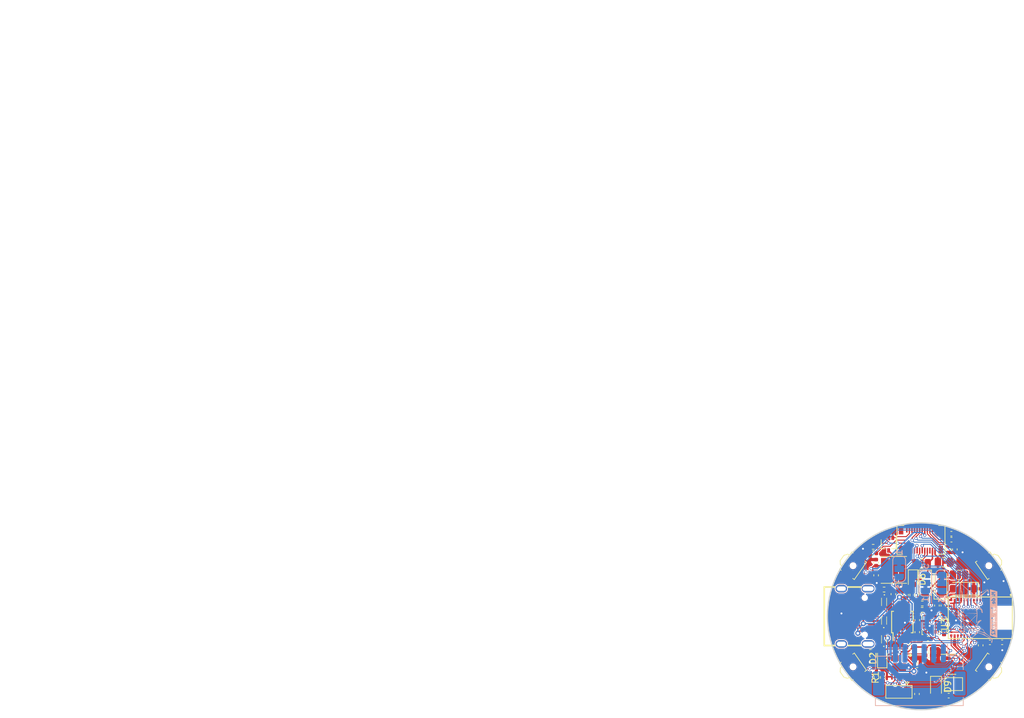
<source format=kicad_pcb>
(kicad_pcb (version 20240108) (generator "pcbnew") (generator_version "8.0")
  (layers (0 "F.Cu" signal) (31 "B.Cu" signal) (34 "B.Paste" user) (35 "F.Paste" user) (36 "B.SilkS" user "B.Silkscreen") (37 "F.SilkS" user "F.Silkscreen") (38 "B.Mask" user) (39 "F.Mask" user) (44 "Edge.Cuts" user))
  (net 0 "")
  (net 1 "GND")
  (net 2 "/D-")
  (net 3 "/VBUS")
  (net 4 "/D+")
  (net 5 "Net-(P1-CC2)")
  (net 6 "Net-(P1-CC1)")
  (net 9 "Net-(J1-Pin_5)")
  (net 10 "Net-(D5-A)")
  (net 11 "/VGH")
  (net 12 "Net-(D7-A)")
  (net 13 "/VGL")
  (net 14 "Net-(J3-Pin_3)")
  (net 15 "/SD")
  (net 16 "/VCOM")
  (net 17 "Net-(J1-Pin_3)")
  (net 19 "Net-(J1-Pin_7)")
  (net 20 "/EPD_VDD")
  (net 21 "/CHG")
  (net 22 "Net-(PS1-ISET)")
  (net 23 "/CSB")
  (net 24 "/DC")
  (net 25 "/RST_N")
  (net 26 "/BUSY")
  (net 29 "Net-(J1-Pin_19)")
  (net 30 "/RESR")
  (net 31 "/GDR")
  (net 32 "/FL+")
  (net 33 "/BATMS")
  (net 34 "Net-(U1-V3)")
  (net 35 "Net-(PS1-SYS)")
  (net 36 "Net-(D2-A)")
  (net 38 "/NRST")
  (net 39 "/SWDIO")
  (net 40 "/SWDCLK")
  (net 41 "/Accel_SDA")
  (net 42 "/BTN_2")
  (net 43 "/BTN_1")
  (net 44 "/BTN_3")
  (net 45 "/BTN_4")
  (net 46 "Net-(U1-~{RTS})")
  (net 47 "Net-(D9-K)")
  (net 49 "Net-(U2-PB1)")
  (net 50 "Net-(U2-PB0)")
  (net 51 "Net-(U2-PB2)")
  (net 52 "Net-(D6-A)")
  (net 53 "Net-(JP1-A)")
  (net 54 "/TXD")
  (net 55 "Net-(JP1-B)")
  (net 56 "/RXD")
  (net 57 "Net-(U1-TNOW)")
  (net 58 "Net-(U1-TXD)")
  (net 59 "Net-(U1-RXD)")
  (net 61 "Net-(U2-ANT_IN)")
  (net 63 "Net-(J3-Pin_1)")
  (net 64 "/FL-")
  (net 65 "/Accel_INT1")
  (net 67 "/EPD_MOSI")
  (net 68 "/EPD_SPICL")
  (net 69 "Net-(J1-Pin_16)")
  (net 70 "/Accel_SCL")
  (net 71 "/VIB")
  (net 72 "Net-(R1-Pad2)")
  (net 73 "/Accel_CS")
  (footprint "SamacSys:LESD5D50CT1G" (layer "F.Cu") (at 138.049 93.751 -90)
    (property "Reference" "D1" (hide yes))
    (property "Value" "LESD5D5.0CT1G" (hide yes))
  )
  (footprint "Capacitor_SMD:C_0402_1005Metric" (layer "F.Cu") (at 156.48 100.07)
    (property "Reference" "C21" (hide yes))
    (property "Value" "2.7pF")
  )
  (footprint "USBC:USB-C-SMD_KH-TYPE-C-16P" (layer "F.Cu") (at 133.786 96 -90)
    (property "Reference" "P1" (hide yes))
    (property "Value" "USB_C_Plug_USB2.0" (hide yes))
  )
  (footprint "Package_TO_SOT_SMD:SOT-23" (layer "F.Cu") (at 148.6 103.505)
    (property "Reference" "Q1" (hide yes))
    (property "Value" "MMBT3904")
  )
  (footprint "Inductor_SMD:L_Taiyo-Yuden_NR-40xx" (layer "F.Cu") (at 139.57 88.75)
    (property "Reference" "L1" (hide yes))
    (property "Value" "NR3010T100M")
  )
  (footprint "FPC:AXT624124" (layer "F.Cu") (at 143.8 84.56)
    (property "Reference" "J1" (hide yes))
    (property "Value" "AXT624124")
  )
  (footprint "Capacitor_SMD:C_0402_1005Metric" (layer "F.Cu") (at 148.55 83.1)
    (property "Reference" "C4" (hide yes))
    (property "Value" "0.47uF/25V")
  )
  (footprint "Capacitor_SMD:C_0805_2012Metric" (layer "F.Cu") (at 149.75 89.55)
    (property "Reference" "C11" (hide yes))
    (property "Value" "4.7uF/25V")
  )
  (footprint "SamacSys:LESD5D50CT1G" (layer "F.Cu") (at 138.049 99.593 90)
    (property "Reference" "D4" (hide yes))
    (property "Value" "LESD5D5.0CT1G" (hide yes))
  )
  (footprint "Resistor_SMD:R_0402_1005Metric" (layer "F.Cu") (at 147.41 98.34 -90)
    (property "Reference" "R2" (hide yes))
    (property "Value" "10K")
  )
  (footprint "Resistor_SMD:R_0402_1005Metric" (layer "F.Cu") (at 137.86 105.56 90)
    (property "Reference" "R1")
    (property "Value" "2k")
  )
  (footprint "Capacitor_SMD:C_0402_1005Metric" (layer "F.Cu") (at 141.47 92.66 90)
    (property "Reference" "C15" (hide yes))
    (property "Value" "0.1uF")
  )
  (footprint "Capacitor_SMD:C_0402_1005Metric" (layer "F.Cu") (at 145 101.1)
    (property "Reference" "C14" (hide yes))
    (property "Value" "1uF")
  )
  (footprint "Capacitor_SMD:C_0402_1005Metric" (layer "F.Cu") (at 143.225 96.6 -90)
    (property "Reference" "C25" (hide yes))
    (property "Value" "0.1uF")
  )
  (footprint "Capacitor_SMD:C_0402_1005Metric" (layer "F.Cu") (at 143.18 108.14 -90)
    (property "Reference" "C12" (hide yes))
    (property "Value" "4.7uF")
  )
  (footprint "Capacitor_SMD:C_0402_1005Metric" (layer "F.Cu") (at 146.3 94.32 90)
    (property "Reference" "C16" (hide yes))
    (property "Value" "4.7uF")
  )
  (footprint "Capacitor_SMD:C_0402_1005Metric" (layer "F.Cu") (at 143.22 103.65)
    (property "Reference" "C13" (hide yes))
    (property "Value" "2.2uF")
  )
  (footprint "Resistor_SMD:R_0402_1005Metric" (layer "F.Cu") (at 144.01 94)
    (property "Reference" "R15" (hide yes))
    (property "Value" "1k")
  )
  (footprint "LED_SMD:LED_0603_1608Metric" (layer "F.Cu") (at 137.76 102.57 90)
    (property "Reference" "D2")
    (property "Value" "LED")
  )
  (footprint "Diode_SMD:D_SOD-123" (layer "F.Cu") (at 150.4 91.7 180)
    (property "Reference" "D5" (hide yes))
    (property "Value" "MBR0530")
  )
  (footprint "Package_SO:MSOP-10_3x3mm_P0.5mm" (layer "F.Cu") (at 140.9 96.9 90)
    (property "Reference" "U1" (hide yes))
    (property "Value" "CH340E")
  )
  (footprint "Resistor_SMD:R_0402_1005Metric" (layer "F.Cu") (at 136.85 105.57 90)
    (property "Reference" "R9" (hide yes))
    (property "Value" "2k")
  )
  (footprint "Jumper:SolderJumper-3_P1.3mm_Open_Pad1.0x1.5mm" (layer "F.Cu") (at 140.365 107.8 180)
    (property "Reference" "J3" (hide yes))
    (property "Value" "Lithium Battery 3.7V")
  )
  (footprint "Capacitor_SMD:C_0402_1005Metric" (layer "F.Cu") (at 136.35 86.15 180)
    (property "Reference" "C8" (hide yes))
    (property "Value" "1uF/25V")
  )
  (footprint "Capacitor_SMD:C_0402_1005Metric" (layer "F.Cu") (at 153.13 100.54 -90)
    (property "Reference" "C19" (hide yes))
    (property "Value" "2.7pF")
  )
  (footprint "Capacitor_SMD:C_0402_1005Metric" (layer "F.Cu") (at 136.8 89.6 -90)
    (property "Reference" "C2" (hide yes))
    (property "Value" "0.1uF/6.3V")
  )
  (footprint "Capacitor_SMD:C_0402_1005Metric" (layer "F.Cu") (at 145 102.1)
    (property "Reference" "C22" (hide yes))
    (property "Value" "2.2uF")
  )
  (footprint "Resistor_SMD:R_0402_1005Metric" (layer "F.Cu") (at 135.89 101.58 180)
    (property "Reference" "R3" (hide yes))
    (property "Value" "5.1k")
  )
  (footprint "Capacitor_SMD:C_0402_1005Metric" (layer "F.Cu") (at 154.57 100.08)
    (property "Reference" "C20" (hide yes))
    (property "Value" "2.7pF")
  )
  (footprint "Package_TO_SOT_SMD:SOT-323_SC-70" (layer "F.Cu") (at 138.75 84.72 -90)
    (property "Reference" "Q3" (hide yes))
    (property "Value" "Si1308EDL")
  )
  (footprint "Resistor_SMD:R_0402_1005Metric" (layer "F.Cu") (at 142.46 92.68 90)
    (property "Reference" "R14" (hide yes))
    (property "Value" "1k")
  )
  (footprint "Button_Switch_SMD:SW_SPST_B3U-3000P-B" (layer "F.Cu") (at 133.2 88.1 55)
    (property "Reference" "SW1" (hide yes))
    (property "Value" "BTN")
  )
  (footprint "LED_SMD:LED_0603_1608Metric" (layer "F.Cu") (at 142.56 90.23 -90)
    (property "Reference" "D6")
    (property "Value" "LED")
  )
  (footprint "Resistor_SMD:R_0402_1005Metric" (layer "F.Cu") (at 138.047 91.821)
    (property "Reference" "R4" (hide yes))
    (property "Value" "5.1k")
  )
  (footprint "Capacitor_SMD:C_0402_1005Metric" (layer "F.Cu") (at 136.8 87.62 90)
    (property "Reference" "C1" (hide yes))
    (property "Value" "10uF/6.3V")
  )
  (footprint "Button_Switch_SMD:SW_SPST_B3U-3000P-B" (layer "F.Cu") (at 133.2 103.9 125)
    (property "Reference" "SW4" (hide yes))
    (property "Value" "BTN")
  )
  (footprint "Resistor_SMD:R_0402_1005Metric" (layer "F.Cu") (at 143.99 95)
    (property "Reference" "R16" (hide yes))
    (property "Value" "1k")
  )
  (footprint "SamacSys:LESD5D50CT1G" (layer "F.Cu") (at 138.049 96.672 90)
    (property "Reference" "D3" (hide yes))
    (property "Value" "LESD5D5.0CT1G" (hide yes))
  )
  (footprint "Capacitor_SMD:C_0402_1005Metric" (layer "F.Cu") (at 147.3 94.32 90)
    (property "Reference" "C9" (hide yes))
    (property "Value" "0.1uF")
  )
  (footprint "Diode_SMD:D_SOD-323" (layer "F.Cu") (at 146.15 106.9925 -90)
    (property "Reference" "D9")
    (property "Value" "D")
  )
  (footprint "Diode_SMD:D_SOD-123" (layer "F.Cu") (at 146.85 90.95 90)
    (property "Reference" "D8" (hide yes))
    (property "Value" "MBR0530")
  )
  (footprint "Capacitor_SMD:C_0805_2012Metric" (layer "F.Cu") (at 143.91 87.77 180)
    (property "Reference" "C3" (hide yes))
    (property "Value" "1uF/25V")
  )
  (footprint "Jumper:SolderJumper-2_P1.3mm_Open_Pad1.0x1.5mm" (layer "F.Cu") (at 148.9 106.6)
    (property "Reference" "M1" (hide yes))
    (property "Value" "Motor_DC")
  )
  (footprint "Button_Switch_SMD:SW_SPST_B3U-3000P-B" (layer "F.Cu") (at 154.4 88.1 -55)
    (property "Reference" "SW2" (hide yes))
    (property "Value" "BTN")
  )
  (footprint "Capacitor_SMD:C_0402_1005Metric" (layer "F.Cu") (at 143.225 98.48 90)
    (property "Reference" "C24" (hide yes))
    (property "Value" "0.1uF")
  )
  (footprint "Capacitor_SMD:C_0402_1005Metric" (layer "F.Cu") (at 148.082 85.55 -90)
    (property "Reference" "C7" (hide yes))
    (property "Value" "1uF/16V")
  )
  (footprint "Capacitor_SMD:C_0402_1005Metric" (layer "F.Cu") (at 148.14 108.4)
    (property "Reference" "C23" (hide yes))
    (property "Value" "0.1uF/6.3V")
  )
  (footprint "Resistor_SMD:R_0402_1005Metric" (layer "F.Cu") (at 136.34 85.15)
    (property "Reference" "R6" (hide yes))
    (property "Value" "0.47")
  )
  (footprint "Capacitor_SMD:C_0402_1005Metric" (layer "F.Cu") (at 144.9 99.5)
    (property "Reference" "C18" (hide yes))
    (property "Value" "10uF")
  )
  (footprint "Diode_SMD:D_SOD-123" (layer "F.Cu") (at 144.45 91.13 -90)
    (property "Reference" "D7" (hide yes))
    (property "Value" "MBR0530")
  )
  (footprint "Resistor_SMD:R_0402_1005Metric" (layer "F.Cu") (at 147.406019 96.260666 -90)
    (property "Reference" "R7" (hide yes))
    (property "Value" "10K")
  )
  (footprint "Capacitor_SMD:C_0402_1005Metric" (layer "F.Cu") (at 149.1 85.55 -90)
    (property "Reference" "C6" (hide yes))
    (property "Value" "1uF/16V")
  )
  (footprint "Capacitor_SMD:C_0805_2012Metric" (layer "F.Cu") (at 147.4 87.55)
    (property "Reference" "C10" (hide yes))
    (property "Value" "1uF/25V")
  )
  (footprint "Capacitor_SMD:C_0402_1005Metric" (layer "F.Cu") (at 148.56 84.03)
    (property "Reference" "C5" (hide yes))
    (property "Value" "1uF/16V")
  )
  (footprint "Button_Switch_SMD:SW_SPST_B3U-3000P-B" (layer "F.Cu") (at 154.4 103.9 -125)
    (property "Reference" "SW3" (hide yes))
    (property "Value" "BTN")
  )
  (footprint "EasyEda2Kicad:LGA-77_L10.0-W6.5-STM32WB1MMCH6TR" (layer "F.Cu") (at 153.07 96.23 -90)
    (property "Reference" "U2" (hide yes))
    (property "Value" "STM32WB1MMCH6TR")
  )
  (footprint "Resistor_SMD:R_0402_1005Metric" (layer "F.Cu") (at 142.05 100.8 180)
    (property "Reference" "R5" (hide yes))
    (property "Value" "600")
  )
  (footprint "Capacitor_SMD:C_0402_1005Metric" (layer "F.Cu") (at 139.5 92.54 90)
    (property "Reference" "C17" (hide yes))
    (property "Value" "0.1uF")
  )
  (footprint "Package_LGA:LGA-14_3x2.5mm_P0.5mm_LayoutBorder3x4y" (layer "F.Cu") (at 145.32 97.26 -90)
    (property "Reference" "U3")
    (property "Value" "LSM6DS3")
  )
  (footprint "SamacSys:SON45P300X300X80-13N-D" (layer "F.Cu") (at 140.4 104 -90)
    (property "Reference" "PS1" (hide yes))
    (property "Value" "STNS01PUR" (hide yes))
  )
  (footprint "Connector_JST:JST_ZE_SM06B-ZESS-TB_1x06-1MP_P1.50mm_Horizontal" (layer "B.Cu") (at 143.55 104.375 180)
    (property "Reference" "SWD1" (hide yes))
    (property "Value" "JST-ZH6")
  )
  (footprint "walking-boat:Walking boat 0.5" (layer "B.Cu") (at 152.24 95.86 -90)
    (property "Reference" "G***" (hide yes))
    (property "Value" "LOGO" (hide yes))
  )
  (footprint "kibuzzard-6782824E" (layer "B.Cu") (at 155.15 95.56 -90)
    (property "Reference" "kibuzzard-6782824E" (hide yes))
    (property "Value" "G***" (hide yes))
  )
  (footprint "Jumper:SolderJumper-3_P1.3mm_Bridged12_RoundedPad1.0x1.5mm_NumberLabels" (layer "B.Cu") (at 144.5 90.8 90)
    (property "Reference" "JP2" (hide yes))
    (property "Value" "SolderJumper_3_Bridged12")
  )
  (footprint "Jumper:SolderJumper-3_P1.3mm_Bridged12_RoundedPad1.0x1.5mm_NumberLabels" (layer "B.Cu") (at 147.1 90.8 -90)
    (property "Reference" "JP1" (hide yes))
    (property "Value" "SolderJumper_3_Bridged12")
  )
  (footprint "Jumper:SolderJumper-3_P1.3mm_Bridged12_RoundedPad1.0x1.5mm_NumberLabels" (layer "B.Cu") (at 140.4 88.6 -90)
    (property "Reference" "JP3" (hide yes))
    (property "Value" "SolderJumper_3_Bridged12")
  )
  (gr_circle (center 143.8 96) (end 158.4 96) (stroke (width 0.2)) (fill none) (layer "Edge.Cuts"))
  (segment (start 148.935 94.88) (end 148.97 94.845) (width 0.23) (layer "F.Cu") (net 1))
  (segment (start 144.82 97.23) (end 144.89 97.23) (width 0.15) (layer "F.Cu") (net 1))
  (segment (start 149.06 100.489449) (end 150.410551 101.84) (width 0.15) (layer "F.Cu") (net 1))
  (segment (start 150.06 93.767035) (end 150.06 93.46) (width 0.23) (layer "F.Cu") (net 1))
  (segment (start 157.01 93.46) (end 157.01 93.98) (width 0.15) (layer "F.Cu") (net 1))
  (segment (start 148.933 94.804) (end 148.857 94.88) (width 0.15) (layer "F.Cu") (net 1))
  (segment (start 148.857 94.88) (end 148.53 94.88) (width 0.15) (layer "F.Cu") (net 1))
  (segment (start 149.06 93.787) (end 149.136 93.863) (width 0.15) (layer "F.Cu") (net 1))
  (segment (start 143.419264 87.77) (end 142.96 87.77) (width 0.15) (layer "F.Cu") (net 1))
  (segment (start 149.06 93.777) (end 149.06 93.46) (width 0.15) (layer "F.Cu") (net 1))
  (segment (start 142 85.74) (end 142 86.81) (width 0.23) (layer "F.Cu") (net 1))
  (segment (start 138.085 91.273) (end 139.073 91.273) (width 0.15) (layer "F.Cu") (net 1))
  (segment (start 137.146 99.35) (end 138.049 100.253) (width 0.15) (layer "F.Cu") (net 1))
  (segment (start 152.31 101.84) (end 153.13 101.02) (width 0.15) (layer "F.Cu") (net 1))
  (segment (start 148.53 94.88) (end 148.935 94.88) (width 0.23) (layer "F.Cu") (net 1))
  (segment (start 149.06 99) (end 149.06 100.489449) (width 0.15) (layer "F.Cu") (net 1))
  (segment (start 157.61 98.48) (end 157.61 99) (width 0.15) (layer "F.Cu") (net 1))
  (segment (start 154.6 98.48) (end 157.61 98.48) (width 0.15) (layer "F.Cu") (net 1))
  (segment (start 142 86.81) (end 142.96 87.77) (width 0.23) (layer "F.Cu") (net 1))
  (segment (start 149.06 93.855) (end 149.06 93.46) (width 0.23) (layer "F.Cu") (net 1))
  (segment (start 150.06 93.787) (end 150.06 93.46) (width 0.15) (layer "F.Cu") (net 1))
  (segment (start 149.06 93.46) (end 149.06 93.787) (width 0.15) (layer "F.Cu") (net 1))
  (segment (start 139.073 91.273) (end 139.637 91.837) (width 0.15) (layer "F.Cu") (net 1))
  (segment (start 157.01 98.48) (end 157.01 99) (width 0.15) (layer "F.Cu") (net 1))
  (segment (start 149.095 93.9) (end 149.927035 93.9) (width 0.23) (layer "F.Cu") (net 1))
  (segment (start 148.97 94.04) (end 148.91 93.98) (width 0.23) (layer "F.Cu") (net 1))
  (segment (start 149.984 93.863) (end 150.06 93.787) (width 0.15) (layer "F.Cu") (net 1))
  (segment (start 149.927035 93.9) (end 150.06 93.767035) (width 0.23) (layer "F.Cu") (net 1))
  (segment (start 148.935 93.98) (end 149.06 93.855) (width 0.23) (layer "F.Cu") (net 1))
  (segment (start 155.81 99) (end 155.81 98.48) (width 0.15) (layer "F.Cu") (net 1))
  (segment (start 143.12 88.37) (end 142.6 88.89) (width 0.15) (layer "F.Cu") (net 1))
  (segment (start 149.06 93.46) (end 149.06 93.865) (width 0.23) (layer "F.Cu") (net 1))
  (segment (start 154.6 98.48) (end 154.6 93.98) (width 0.15) (layer "F.Cu") (net 1))
  (segment (start 157.61 99) (end 155.21 99) (width 0.15) (layer "F.Cu") (net 1))
  (segment (start 150.410551 101.84) (end 152.31 101.84) (width 0.15) (layer "F.Cu") (net 1))
  (segment (start 136.408 92.95) (end 137.537 91.821) (width 0.15) (layer "F.Cu") (net 1))
  (segment (start 155.21 98.48) (end 155.21 99) (width 0.15) (layer "F.Cu") (net 1))
  (segment (start 157.61 93.98) (end 154.6 93.98) (width 0.15) (layer "F.Cu") (net 1))
  (segment (start 155.21 93.46) (end 155.21 93.98) (width 0.15) (layer "F.Cu") (net 1))
  (segment (start 149.06 93.865) (end 149.095 93.9) (width 0.23) (layer "F.Cu") (net 1))
  (segment (start 148.53 93.98) (end 148.857 93.98) (width 0.15) (layer "F.Cu") (net 1))
  (segment (start 155.81 93.46) (end 155.81 93.98) (width 0.15) (layer "F.Cu") (net 1))
  (segment (start 139.275 104.981009) (end 140.256009 104) (width 0.15) (layer "F.Cu") (net 1))
  (segment (start 148.857 93.98) (end 149.06 93.777) (width 0.15) (layer "F.Cu") (net 1))
  (segment (start 148.933 94.056) (end 148.933 94.804) (width 0.15) (layer "F.Cu") (net 1))
  (segment (start 144.89 97.23) (end 145.16 97.5) (width 0.15) (layer "F.Cu") (net 1))
  (segment (start 144.32 97.73) (end 144.82 97.23) (width 0.15) (layer "F.Cu") (net 1))
  (segment (start 142.6 88.89) (end 142.6 89.225) (width 0.15) (layer "F.Cu") (net 1))
  (segment (start 156.41 93.46) (end 156.41 93.98) (width 0.15) (layer "F.Cu") (net 1))
  (segment (start 157.61 93.46) (end 155.21 93.46) (width 0.15) (layer "F.Cu") (net 1))
  (segment (start 148.91 93.98) (end 148.53 93.98) (width 0.23) (layer "F.Cu") (net 1))
  (segment (start 148.857 93.98) (end 148.933 94.056) (width 0.15) (layer "F.Cu") (net 1))
  (segment (start 137.537 91.821) (end 138.085 91.273) (width 0.15) (layer "F.Cu") (net 1))
  (segment (start 144.8 86.389264) (end 143.419264 87.77) (width 0.15) (layer "F.Cu") (net 1))
  (segment (start 139.275 105.45) (end 139.275 104.981009) (width 0.15) (layer "F.Cu") (net 1))
  (segment (start 145.45 94.78) (end 145.45 95.08) (width 0.15) (layer "F.Cu") (net 1))
  (segment (start 156.41 98.48) (end 156.41 99) (width 0.15) (layer "F.Cu") (net 1))
  (segment (start 146.3 93.93) (end 145.45 94.78) (width 0.15) (layer "F.Cu") (net 1))
  (segment (start 138.049 93.091) (end 138.469 93.091) (width 0.15) (layer "F.Cu") (net 1))
  (segment (start 148.97 94.845) (end 148.97 94.04) (width 0.23) (layer "F.Cu") (net 1))
  (segment (start 148.775 108.38) (end 148.755 108.4) (width 0.15) (layer "F.Cu") (net 1))
  (segment (start 138.469 93.091) (end 139.5 92.06) (width 0.15) (layer "F.Cu") (net 1))
  (segment (start 136.201 99.35) (end 137.146 99.35) (width 0.15) (layer "F.Cu") (net 1))
  (segment (start 144.8 85.74) (end 144.8 86.389264) (width 0.15) (layer "F.Cu") (net 1))
  (segment (start 148.53 93.98) (end 148.935 93.98) (width 0.23) (layer "F.Cu") (net 1))
  (segment (start 143.9 88.37) (end 143.12 88.37) (width 0.15) (layer "F.Cu") (net 1))
  (segment (start 157.61 93.46) (end 157.61 93.98) (width 0.15) (layer "F.Cu") (net 1))
  (via (at 134.75 85.45) (size 0.5) (drill 0.3) (layers "F.Cu" "B.Cu") (net 1))
  (via (at 156.5 101.3) (size 0.5) (drill 0.3) (layers "F.Cu" "B.Cu") (net 1))
  (via (at 153.7 90.7) (size 0.5) (drill 0.3) (layers "F.Cu" "B.Cu") (net 1))
  (via (at 149.277183 96.650407) (size 0.5) (drill 0.3) (layers "F.Cu" "B.Cu") (net 1))
  (via (at 143.9 88.37) (size 0.5) (drill 0.3) (layers "F.Cu" "B.Cu") (net 1))
  (via (at 141.9 104) (size 0.5) (drill 0.3) (layers "F.Cu" "B.Cu") (net 1))
  (via (at 145.45 95.08) (size 0.5) (drill 0.3) (layers "F.Cu" "B.Cu") (net 1))
  (via (at 150.3 86) (size 0.5) (drill 0.3) (layers "F.Cu" "B.Cu") (net 1))
  (via (at 141.3 97) (size 0.5) (drill 0.3) (layers "F.Cu" "B.Cu") (net 1))
  (via (at 140.67 91.38) (size 0.5) (drill 0.3) (layers "F.Cu" "B.Cu") (net 1))
  (via (at 131.39 95.56) (size 0.5) (drill 0.3) (layers "F.Cu" "B.Cu") (net 1))
  (via (at 135.8 103.14) (size 0.5) (drill 0.3) (layers "F.Cu" "B.Cu") (net 1))
  (via (at 136.9 90.8) (size 0.5) (drill 0.3) (layers "F.Cu" "B.Cu") (net 1))
  (via (at 144.65 104.8) (size 0.5) (drill 0.3) (layers "F.Cu" "B.Cu") (net 1))
  (via (at 145.16 97.5) (size 0.5) (drill 0.3) (layers "F.Cu" "B.Cu") (net 1))
  (via (at 156.7 90.5) (size 0.5) (drill 0.3) (layers "F.Cu" "B.Cu") (net 1))
  (via (at 154.3 92.6) (size 0.5) (drill 0.3) (layers "F.Cu" "B.Cu") (net 1))
  (segment (start 138.049 94.411) (end 137.21 95.25) (width 0.15) (layer "F.Cu") (net 2))
  (segment (start 135.14 95.511) (end 135.401 95.25) (width 0.15) (layer "F.Cu") (net 2))
  (segment (start 136.201 96.25) (end 135.351 96.25) (width 0.15) (layer "F.Cu") (net 2))
  (segment (start 135.14 96.039) (end 135.14 95.511) (width 0.15) (layer "F.Cu") (net 2))
  (segment (start 135.351 96.25) (end 135.14 96.039) (width 0.15) (layer "F.Cu") (net 2))
  (segment (start 137.21 95.25) (end 136.201 95.25) (width 0.15) (layer "F.Cu") (net 2))
  (segment (start 138.049 94.411) (end 138.049 94.851) (width 0.15) (layer "F.Cu") (net 2))
  (segment (start 135.401 95.25) (end 136.201 95.25) (width 0.15) (layer "F.Cu") (net 2))
  (segment (start 138.049 94.851) (end 140.4 97.202) (width 0.15) (layer "F.Cu") (net 2))
  (segment (start 140.4 97.202) (end 140.4 99.1) (width 0.15) (layer "F.Cu") (net 2))
  (segment (start 134.8 94.271) (end 134.8 97.151) (width 0.23) (layer "F.Cu") (net 3))
  (segment (start 141.3323 93.0023) (end 140.4477 93.0023) (width 0.23) (layer "F.Cu") (net 3))
  (segment (start 133.95 98.65) (end 134.35 98.25) (width 0.15) (layer "F.Cu") (net 3))
  (segment (start 135.321 93.75) (end 134.8 94.271) (width 0.23) (layer "F.Cu") (net 3))
  (segment (start 135.891 98.24) (end 136.201 98.55) (width 0.23) (layer "F.Cu") (net 3))
  (segment (start 134.36 98.24) (end 135.891 98.24) (width 0.23) (layer "F.Cu") (net 3))
  (segment (start 133.95 98.65) (end 134.36 98.24) (width 0.23) (layer "F.Cu") (net 3))
  (segment (start 136.201 98.55) (end 137.666 98.55) (width 0.23) (layer "F.Cu") (net 3))
  (segment (start 142.69999 104.6) (end 142.69999 103.69001) (width 0.23) (layer "F.Cu") (net 3))
  (segment (start 138.515999 99.399999) (end 138.049 98.933) (width 0.23) (layer "F.Cu") (net 3))
  (segment (start 136.201 93.75) (end 135.321 93.75) (width 0.23) (layer "F.Cu") (net 3))
  (segment (start 137.666 98.55) (end 138.049 98.933) (width 0.23) (layer "F.Cu") (net 3))
  (segment (start 140.4477 93.0023) (end 141.4 93.9546) (width 0.23) (layer "F.Cu") (net 3))
  (segment (start 142.625 103.65) (end 141.525 102.55) (width 0.23) (layer "F.Cu") (net 3))
  (segment (start 142.7 103.63) (end 142.7 104.59999) (width 0.15) (layer "F.Cu") (net 3))
  (segment (start 142.7 104.59999) (end 142.69999 104.6) (width 0.15) (layer "F.Cu") (net 3))
  (segment (start 141.4 93.9546) (end 141.4 94.7) (width 0.23) (layer "F.Cu") (net 3))
  (segment (start 138.600001 99.399999) (end 138.515999 99.399999) (width 0.23) (layer "F.Cu") (net 3))
  (via (at 138.600001 99.399999) (size 0.8) (drill 0.4) (layers "F.Cu" "B.Cu") (net 3))
  (via (at 133.95 98.65) (size 0.8) (drill 0.4) (layers "F.Cu" "B.Cu") (net 3))
  (via (at 134.8 97.151) (size 0.8) (drill 0.4) (layers "F.Cu" "B.Cu") (net 3))
  (via (at 142.69999 104.6) (size 0.8) (drill 0.4) (layers "F.Cu" "B.Cu") (net 3))
  (via (at 140.4477 93.0023) (size 0.8) (drill 0.4) (layers "F.Cu" "B.Cu") (net 3))
  (segment (start 136.299 97.151) (end 140.4477 93.0023) (width 0.23) (layer "B.Cu") (net 3))
  (segment (start 133.95 98.001) (end 134.8 97.151) (width 0.23) (layer "B.Cu") (net 3))
  (segment (start 134.8 97.151) (end 136.299 97.151) (width 0.23) (layer "B.Cu") (net 3))
  (segment (start 133.95 98.65) (end 133.95 98.001) (width 0.23) (layer "B.Cu") (net 3))
  (segment (start 142.69999 104.6) (end 140.492391 104.6) (width 0.23) (layer "B.Cu") (net 3))
  (segment (start 140.492391 104.6) (end 138.600001 102.70761) (width 0.23) (layer "B.Cu") (net 3))
  (segment (start 138.600001 102.70761) (end 138.600001 99.399999) (width 0.23) (layer "B.Cu") (net 3))
  (segment (start 138.049 96.701) (end 138 96.75) (width 0.15) (layer "F.Cu") (net 4))
  (segment (start 137.051 96.75) (end 136.201 96.75) (width 0.15) (layer "F.Cu") (net 4))
  (segment (start 137.103 96.698) (end 137.051 96.75) (width 0.15) (layer "F.Cu") (net 4))
  (segment (start 138.049 96.012) (end 138.049 96.701) (width 0.15) (layer "F.Cu") (net 4))
  (segment (start 136.201 96.75) (end 138 96.75) (width 0.15) (layer "F.Cu") (net 4))
  (segment (start 137.103 95.848) (end 137.103 96.698) (width 0.15) (layer "F.Cu") (net 4))
  (segment (start 137.005 95.75) (end 137.103 95.848) (width 0.15) (layer "F.Cu") (net 4))
  (segment (start 138.401 96.701) (end 139.9 98.2) (width 0.15) (layer "F.Cu") (net 4))
  (segment (start 138.049 96.701) (end 138.401 96.701) (width 0.15) (layer "F.Cu") (net 4))
  (segment (start 139.9 98.2) (end 139.9 99.1) (width 0.15) (layer "F.Cu") (net 4))
  (segment (start 136.201 95.75) (end 137.005 95.75) (width 0.15) (layer "F.Cu") (net 4))
  (segment (start 133.2 98.05) (end 133.2 99.8) (width 0.15) (layer "F.Cu") (net 5))
  (segment (start 133.2 99.8) (end 134.98 101.58) (width 0.15) (layer "F.Cu") (net 5))
  (segment (start 134.98 101.58) (end 135.38 101.58) (width 0.15) (layer "F.Cu") (net 5))
  (segment (start 133.424 97.826) (end 133.2 98.05) (width 0.15) (layer "F.Cu") (net 5))
  (segment (start 136.125 97.826) (end 133.424 97.826) (width 0.15) (layer "F.Cu") (net 5))
  (segment (start 136.201 94.75) (end 137.003 94.75) (width 0.15) (layer "F.Cu") (net 6))
  (segment (start 137.003 94.75) (end 137.621 94.132) (width 0.15) (layer "F.Cu") (net 6))
  (segment (start 137.621 92.757) (end 138.557 91.821) (width 0.15) (layer "F.Cu") (net 6))
  (segment (start 137.621 94.132) (end 137.621 92.757) (width 0.15) (layer "F.Cu") (net 6))
  (segment (start 146.59 84.475) (end 145.2 83.085) (width 0.15) (layer "F.Cu") (net 9))
  (segment (start 148.595 84.565) (end 147.689264 84.565) (width 0.15) (layer "F.Cu") (net 9))
  (segment (start 147.599264 84.475) (end 146.59 84.475) (width 0.15) (layer "F.Cu") (net 9))
  (segment (start 145.2 83.085) (end 145.2 82.46) (width 0.15) (layer "F.Cu") (net 9))
  (segment (start 149.1 85.07) (end 148.595 84.565) (width 0.15) (layer "F.Cu") (net 9))
  (segment (start 147.689264 84.565) (end 147.599264 84.475) (width 0.15) (layer "F.Cu") (net 9))
  (segment (start 147.85 92.6) (end 148.75 91.7) (width 0.23) (layer "F.Cu") (net 10))
  (segment (start 146.85 92.6) (end 147.85 92.6) (width 0.23) (layer "F.Cu") (net 10))
  (segment (start 150.7 89.75) (end 148.75 91.7) (width 0.23) (layer "F.Cu") (net 10))
  (segment (start 145.6 87.03) (end 144.86 87.77) (width 0.23) (layer "F.Cu") (net 11))
  (segment (start 145.6 85.74) (end 145.6 87.03) (width 0.23) (layer "F.Cu") (net 11))
  (segment (start 144.86 89.07) (end 144.45 89.48) (width 0.23) (layer "F.Cu") (net 11))
  (segment (start 144.86 87.77) (end 144.86 89.07) (width 0.23) (layer "F.Cu") (net 11))
  (segment (start 144.45 90.9) (end 143.79 90.24) (width 0.23) (layer "F.Cu") (net 12))
  (segment (start 141.15 88.15) (end 138.75 85.75) (width 0.23) (layer "F.Cu") (net 12))
  (segment (start 144.45 92.78) (end 144.45 90.9) (width 0.23) (layer "F.Cu") (net 12))
  (segment (start 143.79 90.24) (end 142.01 90.24) (width 0.23) (layer "F.Cu") (net 12))
  (segment (start 148.335 90.015) (end 148.8 89.55) (width 0.23) (layer "F.Cu") (net 12))
  (segment (start 142.01 90.24) (end 141 89.23) (width 0.23) (layer "F.Cu") (net 12))
  (segment (start 146.885 90.015) (end 148.335 90.015) (width 0.23) (layer "F.Cu") (net 12))
  (segment (start 144.45 92.45) (end 146.885 90.015) (width 0.23) (layer "F.Cu") (net 12))
  (segment (start 146.45 87.55) (end 146.45 88.9) (width 0.23) (layer "F.Cu") (net 13))
  (segment (start 146 86.33) (end 146.45 86.78) (width 0.23) (layer "F.Cu") (net 13))
  (segment (start 146.45 86.78) (end 146.45 87.55) (width 0.23) (layer "F.Cu") (net 13))
  (segment (start 146 85.74) (end 146 86.33) (width 0.23) (layer "F.Cu") (net 13))
  (segment (start 146.45 88.9) (end 146.85 89.3) (width 0.23) (layer "F.Cu") (net 13))
  (segment (start 139.065 106.667) (end 139.725 106.007) (width 0.15) (layer "F.Cu") (net 14))
  (segment (start 139.065 107.8) (end 139.065 106.667) (width 0.15) (layer "F.Cu") (net 14))
  (segment (start 139.725 106.007) (end 139.725 105.45) (width 0.15) (layer "F.Cu") (net 14))
  (segment (start 147.781569 83.428) (end 146.402486 83.428) (width 0.15) (layer "F.Cu") (net 16))
  (segment (start 146 83.025514) (end 146 82.46) (width 0.15) (layer "F.Cu") (net 16))
  (segment (start 146.402486 83.428) (end 146 83.025514) (width 0.15) (layer "F.Cu") (net 16))
  (segment (start 148.07 83.139569) (end 147.781569 83.428) (width 0.15) (layer "F.Cu") (net 16))
  (segment (start 146.578528 84.03) (end 145.6 83.051472) (width 0.15) (layer "F.Cu") (net 17))
  (segment (start 148.08 84.03) (end 146.578528 84.03) (width 0.15) (layer "F.Cu") (net 17))
  (segment (start 145.6 83.051472) (end 145.6 82.46) (width 0.15) (layer "F.Cu") (net 17))
  (segment (start 147.475 84.775) (end 146.465736 84.775) (width 0.15) (layer "F.Cu") (net 19))
  (segment (start 148.082 85.07) (end 147.77 85.07) (width 0.15) (layer "F.Cu") (net 19))
  (segment (start 144.8 83.109264) (end 144.8 82.46) (width 0.15) (layer "F.Cu") (net 19))
  (segment (start 146.465736 84.775) (end 144.8 83.109264) (width 0.15) (layer "F.Cu") (net 19))
  (segment (start 147.77 85.07) (end 147.475 84.775) (width 0.15) (layer "F.Cu") (net 19))
  (segment (start 148.53 93.055) (end 148.565 93.02) (width 0.23) (layer "F.Cu") (net 20))
  (segment (start 142.58 96.84) (end 143.3 96.12) (width 0.15) (layer "F.Cu") (net 20))
  (segment (start 142.42 96.84) (end 142.58 96.84) (width 0.15) (layer "F.Cu") (net 20))
  (segment (start 149.2 101.99) (end 149.83 102.62) (width 0.23) (layer "F.Cu") (net 20))
  (segment (start 143.91 96.73) (end 143.3 96.12) (width 0.23) (layer "F.Cu") (net 20))
  (segment (start 140.47 101.58) (end 140.625 101.735) (width 0.23) (layer "F.Cu") (net 20))
  (segment (start 147.67 94.43) (end 148.53 94.43) (width 0.23) (layer "F.Cu") (net 20))
  (segment (start 146.698823 95.658541) (end 147.3 95.057364) (width 0.23) (layer "F.Cu") (net 20))
  (segment (start 139.5 89.975) (end 139.5 91) (width 0.23) (layer "F.Cu") (net 20))
  (segment (start 137.925 89.1) (end 136.92 89.1) (width 0.23) (layer "F.Cu") (net 20))
  (segment (start 141.825 101.535) (end 142.56 100.8) (width 0.23) (layer "F.Cu") (net 20))
  (segment (start 143.86 98.4) (end 143.3 98.96) (width 0.15) (layer "F.Cu") (net 20))
  (segment (start 148.53 94.43) (end 148.125 94.43) (width 0.23) (layer "F.Cu") (net 20))
  (segment (start 144.08 98.4) (end 144.5 98.4) (width 0.23) (layer "F.Cu") (net 20))
  (segment (start 145.278687 96.73) (end 144.32 96.73) (width 0.23) (layer "F.Cu") (net 20))
  (segment (start 144.52 101.1) (end 144.22 100.8) (width 0.23) (layer "F.Cu") (net 20))
  (segment (start 142.42 96.84) (end 142.505 96.84) (width 0.23) (layer "F.Cu") (net 20))
  (segment (start 136.587638 89.12) (end 136.033821 88.566183) (width 0.23) (layer "F.Cu") (net 20))
  (segment (start 144.32 96.73) (end 143.84 96.73) (width 0.23) (layer "F.Cu") (net 20))
  (segment (start 148.09 93.495) (end 148.125 93.46) (width 0.23) (layer "F.Cu") (net 20))
  (segment (start 147.3 94.8) (end 147.67 94.43) (width 0.23) (layer "F.Cu") (net 20))
  (segment (start 138.275 88.75) (end 139.5 89.975) (width 0.23) (layer "F.Cu") (net 20))
  (segment (start 146.698823 95.658541) (end 146.790948 95.750666) (width 0.23) (layer "F.Cu") (net 20))
  (segment (start 137.905 89.12) (end 136.587638 89.12) (width 0.15) (layer "F.Cu") (net 20))
  (segment (start 149.56 93.255) (end 149.56 93.46) (width 0.23) (layer "F.Cu") (net 20))
  (segment (start 136.9 88.1) (end 137.625 88.1) (width 0.23) (layer "F.Cu") (net 20))
  (segment (start 146.790948 95.750666) (end 147.406019 95.750666) (width 0.23) (layer "F.Cu") (net 20))
  (segment (start 136.9 89.12) (end 136.587638 89.12) (width 0.23) (layer "F.Cu") (net 20))
  (segment (start 143.84 96.73) (end 143.805 96.765) (width 0.23) (layer "F.Cu") (net 20))
  (segment (start 148.125 93.46) (end 148.53 93.46) (width 0.23) (layer "F.Cu") (net 20))
  (segment (start 136.9 88.1) (end 136.500004 88.1) (width 0.23) (layer "F.Cu") (net 20))
  (segment (start 136.500004 88.1) (end 136.033821 88.566183) (width 0.23) (layer "F.Cu") (net 20))
  (segment (start 144.399936 83.318328) (end 144.382487 83.335777) (width 0.23) (layer "F.Cu") (net 20))
  (segment (start 146.684197 100.525) (end 148.149197 101.99) (width 0.23) (layer "F.Cu") (net 20))
  (segment (start 144.5 98.4) (end 143.86 98.4) (width 0.15) (layer "F.Cu") (net 20))
  (segment (start 137.625 88.1) (end 138.275 88.75) (width 0.23) (layer "F.Cu") (net 20))
  (segment (start 144.32 96.73) (end 143.91 96.73) (width 0.23) (layer "F.Cu") (net 20))
  (segment (start 148.149197 101.99) (end 149.2 101.99) (width 0.23) (layer "F.Cu") (net 20))
  (segment (start 143.805 98.125) (end 144.08 98.4) (width 0.23) (layer "F.Cu") (net 20))
  (segment (start 145.459897 96.91121) (end 145.278687 96.73) (width 0.23) (layer "F.Cu") (net 20))
  (segment (start 144.22 100.8) (end 142.56 100.8) (width 0.23) (layer "F.Cu") (net 20))
  (segment (start 148.09 94.395) (end 148.09 93.495) (width 0.23) (layer "F.Cu") (net 20))
  (segment (start 148.565 93.02) (end 149.325 93.02) (width 0.23) (layer "F.Cu") (net 20))
  (segment (start 144.52 101.1) (end 145.095 100.525) (width 0.23) (layer "F.Cu") (net 20))
  (segment (start 147.95 97.31) (end 147.89 97.31) (width 0.23) (layer "F.Cu") (net 20))
  (segment (start 148.125 94.43) (end 148.09 94.395) (width 0.23) (layer "F.Cu") (net 20))
  (segment (start 145.095 100.525) (end 146.684197 100.525) (width 0.23) (layer "F.Cu") (net 20))
  (segment (start 143.805 96.765) (end 143.805 98.125) (width 0.23) (layer "F.Cu") (net 20))
  (segment (start 144.399936 82.460064) (end 144.399936 83.318328) (width 0.23) (layer "F.Cu") (net 20))
  (segment (start 140.625 101.735) (end 140.625 102.55) (width 0.23) (layer "F.Cu") (net 20))
  (segment (start 144.5 98.4) (end 143.785 98.4) (width 0.23) (layer "F.Cu") (net 20))
  (segment (start 142.505 96.84) (end 143.225 96.12) (width 0.23) (layer "F.Cu") (net 20))
  (segment (start 147.3 95.057364) (end 147.3 94.8) (width 0.23) (layer "F.Cu") (net 20))
  (segment (start 149.325 93.02) (end 149.56 93.255) (width 0.23) (layer "F.Cu") (net 20))
  (segment (start 147.3 94.8) (end 146.3 94.8) (width 0.23) (layer "F.Cu") (net 20))
  (segment (start 140.47 101.58) (end 140.515 101.535) (width 0.23) (layer "F.Cu") (net 20))
  (segment (start 143.785 98.4) (end 143.225 98.96) (width 0.23) (layer "F.Cu") (net 20))
  (segment (start 140.515 101.535) (end 141.825 101.535) (width 0.23) (layer "F.Cu") (net 20))
  (segment (start 148.53 93.46) (end 148.53 93.055) (width 0.23) (layer "F.Cu") (net 20))
  (segment (start 149.83 102.62) (end 149.83 103.2125) (width 0.23) (layer "F.Cu") (net 20))
  (segment (start 147.89 97.31) (end 147.5 97.7) (width 0.23) (layer "F.Cu") (net 20))
  (segment (start 149.83 103.2125) (end 149.5375 103.505) (width 0.23) (layer "F.Cu") (net 20))
  (via (at 145.459897 96.91121) (size 0.5) (drill 0.3) (layers "F.Cu" "B.Cu") (net 20))
  (via (at 146.698823 95.658541) (size 0.5) (drill 0.3) (layers "F.Cu" "B.Cu") (net 20))
  (via (at 140.47 101.58) (size 0.5) (drill 0.3) (layers "F.Cu" "B.Cu") (net 20))
  (via (at 144.382487 83.335777) (size 0.5) (drill 0.3) (layers "F.Cu" "B.Cu") (net 20))
  (via (at 139.5 91) (size 0.5) (drill 0.3) (layers "F.Cu" "B.Cu") (net 20))
  (via (at 142.42 96.84) (size 0.5) (drill 0.3) (layers "F.Cu" "B.Cu") (net 20))
  (via (at 136.033821 88.566183) (size 0.5) (drill 0.3) (layers "F.Cu" "B.Cu") (net 20))
  (via (at 147.95 97.31) (size 0.5) (drill 0.3) (layers "F.Cu" "B.Cu") (net 20))
  (segment (start 137.003817 88.566183) (end 142.685389 82.884611) (width 0.23) (layer "B.Cu") (net 20))
  (segment (start 140.4 90.1) (end 139.5 91) (width 0.23) (layer "B.Cu") (net 20))
  (segment (start 142.42 96.84) (end 142.42 94.034147) (width 0.23) (layer "B.Cu") (net 20))
  (segment (start 140.02 101.58) (end 139.8 101.8) (width 0.23) (layer "B.Cu") (net 20))
  (segment (start 146.698823 95.785) (end 146.698823 95.658541) (width 0.23) (layer "B.Cu") (net 20))
  (segment (start 147.95 97.31) (end 147.95 96.717816) (width 0.23) (layer "B.Cu") (net 20))
  (segment (start 147.017184 95.785) (end 146.698823 95.785) (width 0.23) (layer "B.Cu") (net 20))
  (segment (start 143.931321 82.884611) (end 144.382487 83.335777) (width 0.23) (layer "B.Cu") (net 20))
  (segment (start 142.42 94.034147) (end 139.5 91.114147) (width 0.23) (layer "B.Cu") (net 20))
  (segment (start 139.5 91.114147) (end 139.5 91) (width 0.23) (layer "B.Cu") (net 20))
  (segment (start 139.8 101.8) (end 139.800014 101.800014) (width 0.23) (layer "B.Cu") (net 20))
  (segment (start 139.8 99.46) (end 139.8 101.8) (width 0.23) (layer "B.Cu") (net 20))
  (segment (start 136.033821 88.566183) (end 137.003817 88.566183) (width 0.23) (layer "B.Cu") (net 20))
  (segment (start 147.95 96.717816) (end 147.017184 95.785) (width 0.23) (layer "B.Cu") (net 20))
  (segment (start 142.42 96.84) (end 139.8 99.46) (width 0.23) (layer "B.Cu") (net 20))
  (segment (start 146.698823 95.672284) (end 145.459897 96.91121) (width 0.23) (layer "B.Cu") (net 20))
  (segment (start 142.685389 82.884611) (end 143.931321 82.884611) (width 0.23) (layer "B.Cu") (net 20))
  (segment (start 140.47 101.58) (end 140.02 101.58) (width 0.23) (layer "B.Cu") (net 20))
  (segment (start 146.698823 95.658541) (end 146.698823 95.672284) (width 0.23) (layer "B.Cu") (net 20))
  (segment (start 137.76 103) (end 139 101.76) (width 0.15) (layer "F.Cu") (net 21))
  (segment (start 139 101.76) (end 139.51 101.76) (width 0.15) (layer "F.Cu") (net 21))
  (segment (start 139.51 101.76) (end 139.725 101.975) (width 0.15) (layer "F.Cu") (net 21))
  (segment (start 139.725 101.975) (end 139.725 102.55) (width 0.15) (layer "F.Cu") (net 21))
  (segment (start 139.78 106.64) (end 140.175 106.245) (width 0.15) (layer "F.Cu") (net 22))
  (segment (start 140.175 106.245) (end 140.175 105.45) (width 0.15) (layer "F.Cu") (net 22))
  (segment (start 138.19 106.4) (end 138.6 106.4) (width 0.15) (layer "F.Cu") (net 22))
  (segment (start 137.86 106.07) (end 138.19 106.4) (width 0.15) (layer "F.Cu") (net 22))
  (via (at 138.6 106.4) (size 0.5) (drill 0.3) (layers "F.Cu" "B.Cu") (net 22))
  (via (at 139.78 106.64) (size 0.5) (drill 0.3) (layers "F.Cu" "B.Cu") (net 22))
  (segment (start 139.54 106.4) (end 138.6 106.4) (width 0.15) (layer "B.Cu") (net 22))
  (segment (start 139.78 106.64) (end 139.54 106.4) (width 0.15) (layer "B.Cu") (net 22))
  (segment (start 144.01 84.96) (end 144.01 85.105) (width 0.15) (layer "F.Cu") (net 23))
  (segment (start 150.56 93.46) (end 150.56 94.433202) (width 0.15) (layer "F.Cu") (net 23))
  (segment (start 150.56 94.433202) (end 150.495725 94.497477) (width 0.15) (layer "F.Cu") (net 23))
  (segment (start 144 85.115) (end 144 85.74) (width 0.15) (layer "F.Cu") (net 23))
  (segment (start 144.01 85.105) (end 144 85.115) (width 0.15) (layer "F.Cu") (net 23))
  (via (at 150.495725 94.497477) (size 0.5) (drill 0.3) (layers "F.Cu" "B.Cu") (net 23))
  (via (at 144.01 84.96) (size 0.5) (drill 0.3) (layers "F.Cu" "B.Cu") (net 23))
  (segment (start 145.294264 84.75) (end 150.495725 89.951461) (width 0.15) (layer "B.Cu") (net 23))
  (segment (start 150.495725 89.951461) (end 150.495725 94.497477) (width 0.15) (layer "B.Cu") (net 23))
  (segment (start 144.22 84.75) (end 145.294264 84.75) (width 0.15) (layer "B.Cu") (net 23))
  (segment (start 144.01 84.96) (end 144.22 84.75) (width 0.15) (layer "B.Cu") (net 23))
  (segment (start 151.57 94.207827) (end 151.57 93.46) (width 0.15) (layer "F.Cu") (net 24))
  (segment (start 143.6 82.46) (end 143.6 83.002815) (width 0.15) (layer "F.Cu") (net 24))
  (segment (start 151.854094 94.491921) (end 151.57 94.207827) (width 0.15) (layer "F.Cu") (net 24))
  (segment (start 143.022574 83.580241) (end 143.022574 83.822781) (width 0.15) (layer "F.Cu") (net 24))
  (segment (start 143.6 83.002815) (end 143.022574 83.580241) (width 0.15) (layer "F.Cu") (net 24))
  (via (at 143.022574 83.822781) (size 0.5) (drill 0.3) (layers "F.Cu" "B.Cu") (net 24))
  (via (at 151.854094 94.491921) (size 0.5) (drill 0.3) (layers "F.Cu" "B.Cu") (net 24))
  (segment (start 151.854094 94.491921) (end 151.63517 94.272997) (width 0.15) (layer "B.Cu") (net 24))
  (segment (start 151.63517 90.242378) (end 145.503569 84.110777) (width 0.15) (layer "B.Cu") (net 24))
  (segment (start 143.31057 84.110777) (end 143.022574 83.822781) (width 0.15) (layer "B.Cu") (net 24))
  (segment (start 145.503569 84.110777) (end 143.31057 84.110777) (width 0.15) (layer "B.Cu") (net 24))
  (segment (start 151.63517 94.272997) (end 151.63517 90.242378) (width 0.15) (layer "B.Cu") (net 24))
  (segment (start 143.238246 86.600002) (end 143.219998 86.600002) (width 0.15) (layer "F.Cu") (net 25))
  (segment (start 143.6 86.238248) (end 143.238246 86.600002) (width 0.15) (layer "F.Cu") (net 25))
  (segment (start 151.37 97.88) (end 152.689703 97.88) (width 0.15) (layer "F.Cu") (net 25))
  (segment (start 143.6 85.74) (end 143.6 86.238248) (width 0.15) (layer "F.Cu") (net 25))
  (segment (start 150.77 98.48) (end 151.37 97.88) (width 0.15) (layer "F.Cu") (net 25))
  (segment (start 148.53 98.48) (end 150.77 98.48) (width 0.15) (layer "F.Cu") (net 25))
  (via (at 152.689703 97.88) (size 0.5) (drill 0.3) (layers "F.Cu" "B.Cu") (net 25))
  (via (at 143.219998 86.600002) (size 0.5) (drill 0.3) (layers "F.Cu" "B.Cu") (net 25))
  (segment (start 147.126397 88.15) (end 144.769996 88.15) (width 0.15) (layer "B.Cu") (net 25))
  (segment (start 152.689703 97.88) (end 152.534743 97.88) (width 0.15) (layer "B.Cu") (net 25))
  (segment (start 144.769996 88.15) (end 143.219998 86.600002) (width 0.15) (layer "B.Cu") (net 25))
  (segment (start 152.534743 97.88) (end 149.30038 94.645637) (width 0.15) (layer "B.Cu") (net 25))
  (segment (start 149.30038 94.645637) (end 149.30038 90.323983) (width 0.15) (layer "B.Cu") (net 25))
  (segment (start 149.30038 90.323983) (end 147.126397 88.15) (width 0.15) (layer "B.Cu") (net 25))
  (segment (start 151.06 94.39) (end 151.06 93.46) (width 0.15) (layer "F.Cu") (net 26))
  (segment (start 143.2 82.973603) (end 142.425001 83.748602) (width 0.15) (layer "F.Cu") (net 26))
  (segment (start 143.2 82.46) (end 143.2 82.973603) (width 0.15) (layer "F.Cu") (net 26))
  (segment (start 151.18 94.51) (end 151.06 94.39) (width 0.15) (layer "F.Cu") (net 26))
  (segment (start 142.425001 83.748602) (end 142.425001 84.095001) (width 0.15) (layer "F.Cu") (net 26))
  (via (at 142.425001 84.095001) (size 0.5) (drill 0.3) (layers "F.Cu" "B.Cu") (net 26))
  (via (at 151.18 94.51) (size 0.5) (drill 0.3) (layers "F.Cu" "B.Cu") (net 26))
  (segment (start 151.18 94.51) (end 151.18 90.211472) (width 0.15) (layer "B.Cu") (net 26))
  (segment (start 142.740777 84.410777) (end 142.425001 84.095001) (width 0.15) (layer "B.Cu") (net 26))
  (segment (start 145.379305 84.410777) (end 142.740777 84.410777) (width 0.15) (layer "B.Cu") (net 26))
  (segment (start 151.18 90.211472) (end 145.379305 84.410777) (width 0.15) (layer "B.Cu") (net 26))
  (segment (start 139.95 84.1) (end 138.985 85.065) (width 0.15) (layer "F.Cu") (net 29))
  (segment (start 142.4 82.46) (end 142.4 83.091) (width 0.15) (layer "F.Cu") (net 29))
  (segment (start 138.985 85.065) (end 137.935 85.065) (width 0.15) (layer "F.Cu") (net 29))
  (segment (start 142.4 83.091) (end 141.391 84.1) (width 0.15) (layer "F.Cu") (net 29))
  (segment (start 141.391 84.1) (end 139.95 84.1) (width 0.15) (layer "F.Cu") (net 29))
  (segment (start 137.935 85.065) (end 136.9 86.1) (width 0.15) (layer "F.Cu") (net 29))
  (segment (start 138.806 84.58) (end 138.760002 84.58) (width 0.15) (layer "F.Cu") (net 30))
  (segment (start 136.91 85.1) (end 137.43 84.58) (width 0.15) (layer "F.Cu") (net 30))
  (segment (start 140.174822 84.574822) (end 141.774822 84.574822) (width 0.15) (layer "F.Cu") (net 30))
  (segment (start 138.1 83.72) (end 138.883 84.503) (width 0.15) (layer "F.Cu") (net 30))
  (segment (start 138.883 84.503) (end 138.806 84.58) (width 0.15) (layer "F.Cu") (net 30))
  (segment (start 142.4 85.2) (end 142.4 85.74) (width 0.15) (layer "F.Cu") (net 30))
  (segment (start 141.774822 84.574822) (end 142.4 85.2) (width 0.15) (layer "F.Cu") (net 30))
  (segment (start 137.43 84.58) (end 138.760002 84.58) (width 0.15) (layer "F.Cu") (net 30))
  (via (at 138.760002 84.58) (size 0.5) (drill 0.3) (layers "F.Cu" "B.Cu") (net 30))
  (via (at 140.174822 84.574822) (size 0.5) (drill 0.3) (layers "F.Cu" "B.Cu") (net 30))
  (segment (start 140.174822 84.574822) (end 138.76518 84.574822) (width 0.15) (layer "B.Cu") (net 30))
  (segment (start 138.76518 84.574822) (end 138.760002 84.58) (width 0.15) (layer "B.Cu") (net 30))
  (segment (start 140.125 83.55) (end 139.955 83.72) (width 0.15) (layer "F.Cu") (net 31))
  (segment (start 139.955 83.72) (end 139.4 83.72) (width 0.15) (layer "F.Cu") (net 31))
  (segment (start 142 82.46) (end 142 83.06108) (width 0.15) (layer "F.Cu") (net 31))
  (segment (start 142 83.06108) (end 141.51108 83.55) (width 0.15) (layer "F.Cu") (net 31))
  (segment (start 141.51108 83.55) (end 140.125 83.55) (width 0.15) (layer "F.Cu") (net 31))
  (segment (start 149.345 98.03) (end 149.37 98.005) (width 0.15) (layer "F.Cu") (net 33))
  (segment (start 141.01 106.3) (end 140.625 105.915) (width 0.15) (layer "F.Cu") (net 33))
  (segment (start 148.53 98.03) (end 149.345 98.03) (width 0.15) (layer "F.Cu") (net 33))
  (segment (start 140.625 105.915) (end 140.625 105.45) (width 0.15) (layer "F.Cu") (net 33))
  (via (at 141.01 106.3) (size 0.5) (drill 0.3) (layers "F.Cu" "B.Cu") (net 33))
  (via (at 149.37 98.005) (size 0.5) (drill 0.3) (layers "F.Cu" "B.Cu") (net 33))
  (segment (start 151.07 101.41) (end 151.078806 101.401194) (width 0.15) (layer "B.Cu") (net 33))
  (segment (start 149.37 103.33) (end 149.487612 103.33) (width 0.15) (layer "B.Cu") (net 33))
  (segment (start 146.31 106.39) (end 149.37 103.33) (width 0.15) (layer "B.Cu") (net 33))
  (segment (start 141.01 106.3) (end 141.1 106.39) (width 0.15) (layer "B.Cu") (net 33))
  (segment (start 151.078806 101.401194) (end 151.078806 99.713806) (width 0.15) (layer "B.Cu") (net 33))
  (segment (start 151.078806 99.713806) (end 149.37 98.005) (width 0.15) (layer "B.Cu") (net 33))
  (segment (start 151.07 101.747612) (end 151.07 101.41) (width 0.15) (layer "B.Cu") (net 33))
  (segment (start 149.487612 103.33) (end 151.07 101.747612) (width 0.15) (layer "B.Cu") (net 33))
  (segment (start 141.1 106.39) (end 146.31 106.39) (width 0.15) (layer "B.Cu") (net 33))
  (segment (start 139.9 94.7) (end 139.5 94.3) (width 0.15) (layer "F.Cu") (net 34))
  (segment (start 139.5 94.3) (end 139.5 93.02) (width 0.15) (layer "F.Cu") (net 34))
  (segment (start 141.075 101.948) (end 141.075 102.55) (width 0.15) (layer "F.Cu") (net 35))
  (segment (start 141.148 101.875) (end 141.075 101.948) (width 0.15) (layer "F.Cu") (net 35))
  (segment (start 144.52 102.1) (end 144.295 101.875) (width 0.15) (layer "F.Cu") (net 35))
  (segment (start 144.295 101.875) (end 141.148 101.875) (width 0.15) (layer "F.Cu") (net 35))
  (segment (start 141.24 101.1) (end 138.4425 101.1) (width 0.15) (layer "F.Cu") (net 36))
  (segment (start 138.4425 101.1) (end 137.76 101.7825) (width 0.15) (layer "F.Cu") (net 36))
  (segment (start 141.54 100.8) (end 141.24 101.1) (width 0.15) (layer "F.Cu") (net 36))
  (segment (start 148.232858 95.78) (end 148.53 95.78) (width 0.15) (layer "F.Cu") (net 38))
  (segment (start 146.803864 96.3) (end 146.843864 96.26) (width 0.15) (layer "F.Cu") (net 38))
  (segment (start 146.37 99.31) (end 145.57 99.31) (width 0.15) (layer "F.Cu") (net 38))
  (segment (start 146.843864 96.26) (end 147.752858 96.26) (width 0.15) (layer "F.Cu") (net 38))
  (segment (start 147.752858 96.26) (end 148.232858 95.78) (width 0.15) (layer "F.Cu") (net 38))
  (segment (start 148.42 101.36) (end 146.37 99.31) (width 0.15) (layer "F.Cu") (net 38))
  (via (at 148.42 101.36) (size 0.5) (drill 0.3) (layers "F.Cu" "B.Cu") (net 38))
  (via (at 146.27 99.31) (size 0.5) (drill 0.3) (layers "F.Cu" "B.Cu") (net 38))
  (via (at 146.803864 96.3) (size 0.5) (drill 0.3) (layers "F.Cu" "B.Cu") (net 38))
  (segment (start 148.2 102.956582) (end 147.681582 103.475) (width 0.15) (layer "B.Cu") (net 38))
  (segment (start 147.681582 103.475) (end 146.025 103.475) (width 0.15) (layer "B.Cu") (net 38))
  (segment (start 145.8 103.25) (end 145.8 101.8) (width 0.15) (layer "B.Cu") (net 38))
  (segment (start 148.2 101.58) (end 148.2 102.956582) (width 0.15) (layer "B.Cu") (net 38))
  (segment (start 146.025 103.475) (end 145.8 103.25) (width 0.15) (layer "B.Cu") (net 38))
  (segment (start 146.04 97.063864) (end 146.803864 96.3) (width 0.15) (layer "B.Cu") (net 38))
  (segment (start 146.27 99.31) (end 146.04 99.08) (width 0.15) (layer "B.Cu") (net 38))
  (segment (start 146.04 99.08) (end 146.04 97.063864) (width 0.15) (layer "B.Cu") (net 38))
  (segment (start 148.42 101.36) (end 148.2 101.58) (width 0.15) (layer "B.Cu") (net 38))
  (segment (start 151.06 99) (end 151.06 100.140594) (width 0.15) (layer "F.Cu") (net 39))
  (segment (start 151.06 100.140594) (end 150.484857 100.715737) (width 0.15) (layer "F.Cu") (net 39))
  (via (at 150.484857 100.715737) (size 0.5) (drill 0.3) (layers "F.Cu" "B.Cu") (net 39))
  (segment (start 144.3 101.8) (end 144.3 103.25) (width 0.15) (layer "B.Cu") (net 39))
  (segment (start 144.825 103.775) (end 147.805846 103.775) (width 0.15) (layer "B.Cu") (net 39))
  (segment (start 147.805846 103.775) (end 148.5 103.080846) (width 0.15) (layer "B.Cu") (net 39))
  (segment (start 148.5 102.700594) (end 150.484857 100.715737) (width 0.15) (layer "B.Cu") (net 39))
  (segment (start 144.3 103.25) (end 144.825 103.775) (width 0.15) (layer "B.Cu") (net 39))
  (segment (start 148.5 103.080846) (end 148.5 102.700594) (width 0.15) (layer "B.Cu") (net 39))
  (segment (start 150.56 99) (end 150.56 99.722204) (width 0.15) (layer "F.Cu") (net 40))
  (segment (start 150.56 99.722204) (end 150.045439 100.236765) (width 0.15) (layer "F.Cu") (net 40))
  (via (at 150.045439 100.236765) (size 0.5) (drill 0.3) (layers "F.Cu" "B.Cu") (net 40))
  (segment (start 141.3 101.243418) (end 142.418418 100.125) (width 0.15) (layer "B.Cu") (net 40))
  (segment (start 149.933674 100.125) (end 150.045439 100.236765) (width 0.15) (layer "B.Cu") (net 40))
  (segment (start 142.418418 100.125) (end 149.933674 100.125) (width 0.15) (layer "B.Cu") (net 40))
  (segment (start 147.59 96.75) (end 148.46 96.75) (width 0.15) (layer "F.Cu") (net 41))
  (segment (start 147.376685 96.8) (end 146.25 96.8) (width 0.15) (layer "F.Cu") (net 41))
  (segment (start 148.46 96.75) (end 148.53 96.68) (width 0.15) (layer "F.Cu") (net 41))
  (segment (start 152.57 93.46) (end 152.57 93.133) (width 0.15) (layer "F.Cu") (net 42))
  (segment (start 152.57 93.133) (end 155.37508 90.32792) (width 0.15) (layer "F.Cu") (net 42))
  (segment (start 155.37508 90.32792) (end 155.37508 89.492558) (width 0.15) (layer "F.Cu") (net 42))
  (segment (start 134.19999 90.1) (end 135.2 89.09999) (width 0.15) (layer "F.Cu") (net 43))
  (segment (start 132.832362 90.1) (end 134.19999 90.1) (width 0.15) (layer "F.Cu") (net 43))
  (segment (start 132.12492 89.392558) (end 132.832362 90.1) (width 0.15) (layer "F.Cu") (net 43))
  (segment (start 153.07 93.46) (end 153.07 93.98) (width 0.15) (layer "F.Cu") (net 43))
  (via (at 153.07 93.98) (size 0.5) (drill 0.3) (layers "F.Cu" "B.Cu") (net 43))
  (via (at 135.2 89.09999) (size 0.5) (drill 0.3) (layers "F.Cu" "B.Cu") (net 43))
  (segment (start 140.132666 82.525582) (end 145.175582 82.525582) (width 0.15) (layer "B.Cu") (net 43))
  (segment (start 135.2 89.09999) (end 135.2 87.458248) (width 0.15) (layer "B.Cu") (net 43))
  (segment (start 153.07 90.42) (end 153.07 93.98) (width 0.15) (layer "B.Cu") (net 43))
  (segment (start 135.2 87.458248) (end 140.132666 82.525582) (width 0.15) (layer "B.Cu") (net 43))
  (segment (start 145.175582 82.525582) (end 153.07 90.42) (width 0.15) (layer "B.Cu") (net 43))
  (segment (start 151.075736 103.12) (end 148.53 100.574264) (width 0.15) (layer "F.Cu") (net 44))
  (segment (start 155.37508 102.507442) (end 154.762522 103.12) (width 0.15) (layer "F.Cu") (net 44))
  (segment (start 148.53 100.574264) (end 148.53 99) (width 0.15) (layer "F.Cu") (net 44))
  (segment (start 154.762522 103.12) (end 151.075736 103.12) (width 0.15) (layer "F.Cu") (net 44))
  (segment (start 151.57 100.058246) (end 151.57 100.53) (width 0.15) (layer "F.Cu") (net 45))
  (segment (start 135.8 104.2) (end 135.267638 104.2) (width 0.15) (layer "F.Cu") (net 45))
  (segment (start 152.07 99) (end 152.07 99.558246) (width 0.15) (layer "F.Cu") (net 45))
  (segment (start 152.07 99.558246) (end 151.57 100.058246) (width 0.15) (layer "F.Cu") (net 45))
  (segment (start 135.267638 104.2) (end 134.07508 105.392558) (width 0.15) (layer "F.Cu") (net 45))
  (via (at 151.57 100.53) (size 0.5) (drill 0.3) (layers "F.Cu" "B.Cu") (net 45))
  (via (at 135.8 104.2) (size 0.5) (drill 0.3) (layers "F.Cu" "B.Cu") (net 45))
  (segment (start 140.860071 106.93) (end 146.282795 106.93) (width 0.15) (layer "B.Cu") (net 45))
  (segment (start 146.282795 106.93) (end 149.582795 103.63) (width 0.15) (layer "B.Cu") (net 45))
  (segment (start 151.57 102.494264) (end 151.57 100.53) (width 0.15) (layer "B.Cu") (net 45))
  (segment (start 138.130071 104.2) (end 140.860071 106.93) (width 0.15) (layer "B.Cu") (net 45))
  (segment (start 150.434264 103.63) (end 151.57 102.494264) (width 0.15) (layer "B.Cu") (net 45))
  (segment (start 149.582795 103.63) (end 150.434264 103.63) (width 0.15) (layer "B.Cu") (net 45))
  (segment (start 135.8 104.2) (end 138.130071 104.2) (width 0.15) (layer "B.Cu") (net 45))
  (segment (start 141.4 99.9) (end 141.4 99.1) (width 0.15) (layer "F.Cu") (net 46))
  (segment (start 144.42 99.5) (end 143.892 100.028) (width 0.15) (layer "F.Cu") (net 46))
  (segment (start 143.892 100.028) (end 141.528 100.028) (width 0.15) (layer "F.Cu") (net 46))
  (segment (start 141.528 100.028) (end 141.4 99.9) (width 0.15) (layer "F.Cu") (net 46))
  (segment (start 147.815 107.035) (end 148.25 106.6) (width 0.15) (layer "F.Cu") (net 47))
  (segment (start 147.5925 105.9425) (end 148.25 106.6) (width 0.15) (layer "F.Cu") (net 47))
  (segment (start 147.6625 104.455) (end 147.6625 105.2725) (width 0.15) (layer "F.Cu") (net 47))
  (segment (start 148.25 106.6) (end 148.25 107.81) (width 0.15) (layer "F.Cu") (net 47))
  (segment (start 147.6625 105.2725) (end 148.25 105.86) (width 0.15) (layer "F.Cu") (net 47))
  (segment (start 146.15 105.9425) (end 147.5925 105.9425) (width 0.15) (layer "F.Cu") (net 47))
  (segment (start 148.25 107.81) (end 147.66 108.4) (width 0.15) (layer "F.Cu") (net 47))
  (segment (start 148.25 105.86) (end 148.25 106.6) (width 0.15) (layer "F.Cu") (net 47))
  (segment (start 153.57 99.249264) (end 153.57 99) (width 0.15) (layer "F.Cu") (net 49))
  (segment (start 153.13 100.06) (end 153.36 99.83) (width 0.15) (layer "F.Cu") (net 49))
  (segment (start 153.36 99.459264) (end 153.57 99.249264) (width 0.15) (layer "F.Cu") (net 49))
  (segment (start 153.36 99.83) (end 153.36 99.459264) (width 0.15) (layer "F.Cu") (net 49))
  (segment (start 154.07 99) (end 154.07 100.06) (width 0.15) (layer "F.Cu") (net 50))
  (segment (start 154.07 100.06) (end 154.09 100.08) (width 0.15) (layer "F.Cu") (net 50))
  (segment (start 154.6 99) (end 154.6 99.327) (width 0.15) (layer "F.Cu") (net 51))
  (segment (start 155.468 99.538) (end 156 100.07) (width 0.15) (layer "F.Cu") (net 51))
  (segment (start 154.6 99.327) (end 154.811 99.538) (width 0.15) (layer "F.Cu") (net 51))
  (segment (start 154.811 99.538) (end 155.468 99.538) (width 0.15) (layer "F.Cu") (net 51))
  (segment (start 142.6 92.03) (end 142.6 90.97) (width 0.15) (layer "F.Cu") (net 52))
  (segment (start 143.08 92.68) (end 144.4 94) (width 0.15) (layer "F.Cu") (net 53))
  (via (at 143.08 92.68) (size 0.5) (drill 0.3) (layers "F.Cu" "B.Cu") (net 53))
  (segment (start 144.5 89.5) (end 147.1 89.5) (width 0.15) (layer "B.Cu") (net 53))
  (segment (start 143.08 90.514) (end 144.094 89.5) (width 0.15) (layer "B.Cu") (net 53))
  (segment (start 143.08 92.68) (end 143.08 90.514) (width 0.15) (layer "B.Cu") (net 53))
  (segment (start 152.57 99) (end 152.57 98.740008) (width 0.15) (layer "F.Cu") (net 54))
  (segment (start 152.57 98.740008) (end 152.239992 98.41) (width 0.15) (layer "F.Cu") (net 54))
  (via (at 152.239992 98.41) (size 0.5) (drill 0.3) (layers "F.Cu" "B.Cu") (net 54))
  (segment (start 148.08 90.88) (end 148.08 94.105416) (width 0.15) (layer "B.Cu") (net 54))
  (segment (start 152.239992 98.265408) (end 152.239992 98.41) (width 0.15) (layer "B.Cu") (net 54))
  (segment (start 148.08 94.105416) (end 152.239992 98.265408) (width 0.15) (layer "B.Cu") (net 54))
  (segment (start 148 90.8) (end 148.08 90.88) (width 0.15) (layer "B.Cu") (net 54))
  (segment (start 147.1 90.8) (end 148 90.8) (width 0.15) (layer "B.Cu") (net 54))
  (segment (start 144.5 95) (end 145.5 94) (width 0.15) (layer "F.Cu") (net 55))
  (segment (start 145.5 92.20761) (end 146.003805 91.703805) (width 0.15) (layer "F.Cu") (net 55))
  (segment (start 145.5 94) (end 145.5 92.20761) (width 0.15) (layer "F.Cu") (net 55))
  (via (at 146.003805 91.703805) (size 0.5) (drill 0.3) (layers "F.Cu" "B.Cu") (net 55))
  (via (at 145.28 94.22) (size 0.5) (drill 0.3) (layers "F.Cu" "B.Cu") (net 55))
  (segment (start 145.28 94.22) (end 145.28 92.88) (width 0.15) (layer "B.Cu") (net 55))
  (segment (start 145.28 92.88) (end 144.5 92.1) (width 0.15) (layer "B.Cu") (net 55))
  (segment (start 146.703805 91.703805) (end 146.003805 91.703805) (width 0.15) (layer "B.Cu") (net 55))
  (segment (start 147.1 92.1) (end 146.703805 91.703805) (width 0.15) (layer "B.Cu") (net 55))
  (segment (start 151.57 99) (end 151.57 98.50001) (width 0.15) (layer "F.Cu") (net 56))
  (via (at 151.57 98.50001) (size 0.5) (drill 0.3) (layers "F.Cu" "B.Cu") (net 56))
  (segment (start 144.5 90.8) (end 145.4 90.8) (width 0.15) (layer "B.Cu") (net 56))
  (segment (start 151.57 98.029841) (end 151.57 98.50001) (width 0.15) (layer "B.Cu") (net 56))
  (segment (start 145.48 91.939841) (end 151.57 98.029841) (width 0.15) (layer "B.Cu") (net 56))
  (segment (start 145.4 90.8) (end 145.48 90.88) (width 0.15) (layer "B.Cu") (net 56))
  (segment (start 145.48 90.88) (end 145.48 91.939841) (width 0.15) (layer "B.Cu") (net 56))
  (segment (start 141.9 93.62) (end 141.9 94.7) (width 0.15) (layer "F.Cu") (net 57))
  (segment (start 142.5 93.02) (end 141.9 93.62) (width 0.15) (layer "F.Cu") (net 57))
  (segment (start 141.2 95.9) (end 140.9 95.6) (width 0.15) (layer "F.Cu") (net 58))
  (segment (start 143.5 94) (end 142.8 94.7) (width 0.15) (layer "F.Cu") (net 58))
  (segment (start 140.9 95.6) (end 140.9 94.7) (width 0.15) (layer "F.Cu") (net 58))
  (segment (start 142.8 94.7) (end 142.8 95.2) (width 0.15) (layer "F.Cu") (net 58))
  (segment (start 142.8 95.2) (end 142.1 95.9) (width 0.15) (layer "F.Cu") (net 58))
  (segment (start 142.1 95.9) (end 141.2 95.9) (width 0.15) (layer "F.Cu") (net 58))
  (segment (start 140.4 95.741791) (end 140.4 94.7) (width 0.15) (layer "F.Cu") (net 59))
  (segment (start 140.862209 96.204) (end 140.4 95.741791) (width 0.15) (layer "F.Cu") (net 59))
  (segment (start 142.246 96.204) (end 140.862209 96.204) (width 0.15) (layer "F.Cu") (net 59))
  (segment (start 143.45 95) (end 142.246 96.204) (width 0.15) (layer "F.Cu") (net 59))
  (segment (start 154.07 93.46) (end 154.6 93.46) (width 0.15) (layer "F.Cu") (net 61))
  (segment (start 143.18 107.66) (end 141.805 107.66) (width 0.15) (layer "F.Cu") (net 63))
  (segment (start 141.075 105.45) (end 141.525 105.45) (width 0.15) (layer "F.Cu") (net 63))
  (segment (start 141.525 105.45) (end 141.525 107.66) (width 0.15) (layer "F.Cu") (net 63))
  (segment (start 141.805 107.66) (end 141.665 107.8) (width 0.15) (layer "F.Cu") (net 63))
  (segment (start 144.5 96.06) (end 144.140004 95.700004) (width 0.15) (layer "F.Cu") (net 65))
  (segment (start 150.06 99.526441) (end 150.037434 99.549007) (width 0.15) (layer "F.Cu") (net 65))
  (segment (start 150.06 99) (end 150.06 99.526441) (width 0.15) (layer "F.Cu") (net 65))
  (segment (start 144.140004 95.700004) (end 144.1 95.700004) (width 0.15) (layer "F.Cu") (net 65))
  (via (at 150.037434 99.549007) (size 0.5) (drill 0.3) (layers "F.Cu" "B.Cu") (net 65))
  (via (at 144.1 95.700004) (size 0.5) (drill 0.3) (layers "F.Cu" "B.Cu") (net 65))
  (segment (start 144.1 95.700004) (end 144.1 97.871041) (width 0.15) (layer "B.Cu") (net 65))
  (segment (start 146.038959 99.81) (end 149.776441 99.81) (width 0.15) (layer "B.Cu") (net 65))
  (segment (start 149.776441 99.81) (end 150.037434 99.549007) (width 0.15) (layer "B.Cu") (net 65))
  (segment (start 144.1 97.871041) (end 146.038959 99.81) (width 0.15) (layer "B.Cu") (net 65))
  (segment (start 144.4 86.365) (end 144.4 85.74) (width 0.15) (layer "F.Cu") (net 67))
  (segment (start 143.901008 86.608992) (end 144.156008 86.608992) (width 0.15) (layer "F.Cu") (net 67))
  (segment (start 148.534593 97.125407) (end 149.714452 97.125407) (width 0.15) (layer "F.Cu") (net 67))
  (segment (start 149.714452 97.125407) (end 149.77538 97.064479) (width 0.15) (layer "F.Cu") (net 67))
  (segment (start 149.77538 97.064479) (end 149.77538 94.448885) (width 0.15) (layer "F.Cu") (net 67))
  (segment (start 144.156008 86.608992) (end 144.4 86.365) (width 0.15) (layer "F.Cu") (net 67))
  (via (at 149.77538 94.448885) (size 0.5) (drill 0.3) (layers "F.Cu" "B.Cu") (net 67))
  (via (at 143.901008 86.608992) (size 0.5) (drill 0.3) (layers "F.Cu" "B.Cu") (net 67))
  (segment (start 149.77538 89.65538) (end 149.77538 94.448885) (width 0.15) (layer "B.Cu") (net 67))
  (segment (start 143.901008 86.608992) (end 146.728992 86.608992) (width 0.15) (layer "B.Cu") (net 67))
  (segment (start 146.728992 86.608992) (end 149.77538 89.65538) (width 0.15) (layer "B.Cu") (net 67))
  (segment (start 144 83.046512) (end 143.738845 83.307667) (width 0.15) (layer "F.Cu") (net 68))
  (segment (start 152.07 93.833265) (end 152.07 93.46) (width 0.15) (layer "F.Cu") (net 68))
  (segment (start 143.738845 83.307667) (end 143.738845 83.535723) (width 0.15) (layer "F.Cu") (net 68))
  (segment (start 144 82.46) (end 144 83.046512) (width 0.15) (layer "F.Cu") (net 68))
  (segment (start 152.56 94.53) (end 152.56 94.323265) (width 0.15) (layer "F.Cu") (net 68))
  (segment (start 152.56 94.323265) (end 152.07 93.833265) (width 0.15) (layer "F.Cu") (net 68))
  (via (at 152.56 94.53) (size 0.5) (drill 0.3) (layers "F.Cu" "B.Cu") (net 68))
  (via (at 143.738845 83.535723) (size 0.5) (drill 0.3) (layers "F.Cu" "B.Cu") (net 68))
  (segment (start 152.56 94.53) (end 152.56 90.742944) (width 0.15) (layer "B.Cu") (net 68))
  (segment (start 144.013899 83.810777) (end 143.738845 83.535723) (width 0.15) (layer "B.Cu") (net 68))
  (segment (start 145.627833 83.810777) (end 144.013899 83.810777) (width 0.15) (layer "B.Cu") (net 68))
  (segment (start 152.56 90.742944) (end 145.627833 83.810777) (width 0.15) (layer "B.Cu") (net 68))
  (segment (start 143.2 84.969958) (end 143.170028 84.939986) (width 0.15) (layer "F.Cu") (net 69))
  (segment (start 143.2 85.74) (end 143.2 84.969958) (width 0.15) (layer "F.Cu") (net 69))
  (via (at 143.170028 84.939986) (size 0.5) (drill 0.3) (layers "F.Cu" "B.Cu") (net 69))
  (segment (start 142.71 87.19) (end 142.71 85.400014) (width 0.15) (layer "B.Cu") (net 69))
  (segment (start 142.71 85.400014) (end 143.170028 84.939986) (width 0.15) (layer "B.Cu") (net 69))
  (segment (start 141.3 88.6) (end 142.71 87.19) (width 0.15) (layer "B.Cu") (net 69))
  (segment (start 140.4 88.6) (end 141.3 88.6) (width 0.15) (layer "B.Cu") (net 69))
  (segment (start 146.840858 97.488858) (end 146.840858 98.105704) (width 0.15) (layer "F.Cu") (net 70))
  (segment (start 148.1 98.16) (end 148.1 97.835) (width 0.15) (layer "F.Cu") (net 70))
  (segment (start 148.1 97.835) (end 148.355 97.58) (width 0.15) (layer "F.Cu") (net 70))
  (segment (start 147.41 98.85) (end 148.1 98.16) (width 0.15) (layer "F.Cu") (net 70))
  (segment (start 148.355 97.58) (end 148.53 97.58) (width 0.15) (layer "F.Cu") (net 70))
  (segment (start 146.840858 98.105704) (end 147.41 98.674846) (width 0.15) (layer "F.Cu") (net 70))
  (segment (start 146.582 97.23) (end 146.840858 97.488858) (width 0.15) (layer "F.Cu") (net 70))
  (segment (start 146.18 97.23) (end 146.582 97.23) (width 0.15) (layer "F.Cu") (net 70))
  (segment (start 147.6625 102.555) (end 149.025 102.555) (width 0.15) (layer "F.Cu") (net 71))
  (segment (start 150.33 101.325736) (end 150.568039 101.325736) (width 0.15) (layer "F.Cu") (net 71))
  (segment (start 150.568039 101.325736) (end 150.598102 101.355799) (width 0.15) (layer "F.Cu") (net 71))
  (segment (start 149.56 99) (end 149.56 100.555736) (width 0.15) (layer "F.Cu") (net 71))
  (segment (start 149.56 100.555736) (end 150.33 101.325736) (width 0.15) (layer "F.Cu") (net 71))
  (segment (start 149.025 102.555) (end 149.255876 102.785876) (width 0.15) (layer "F.Cu") (net 71))
  (via (at 149.255876 102.785876) (size 0.5) (drill 0.3) (layers "F.Cu" "B.Cu") (net 71))
  (via (at 150.598102 101.355799) (size 0.5) (drill 0.3) (layers "F.Cu" "B.Cu") (net 71))
  (segment (start 149.255876 102.785876) (end 150.598102 101.44365) (width 0.15) (layer "B.Cu") (net 71))
  (segment (start 150.598102 101.44365) (end 150.598102 101.355799) (width 0.15) (layer "B.Cu") (net 71))
  (segment (start 137.86 105.07) (end 136.85 106.08) (width 0.15) (layer "F.Cu") (net 72))
  (segment (start 146.67 98.68) (end 146.52 98.53) (width 0.15) (layer "F.Cu") (net 73))
  (segment (start 146.52 98.53) (end 146.52 98.0475) (width 0.15) (layer "F.Cu") (net 73))
  (segment (start 146.52 98.0475) (end 146.2325 97.76) (width 0.15) (layer "F.Cu") (net 73))
  (segment (start 153.07 99) (end 153.07 99.24) (width 0.15) (layer "F.Cu") (net 73))
  (segment (start 153.07 99.24) (end 152.19 100.12) (width 0.15) (layer "F.Cu") (net 73))
  (via (at 146.67 98.68) (size 0.5) (drill 0.3) (layers "F.Cu" "B.Cu") (net 73))
  (via (at 152.19 100.12) (size 0.5) (drill 0.3) (layers "F.Cu" "B.Cu") (net 73))
  (segment (start 148.023248 98.68) (end 149.173248 97.53) (width 0.15) (layer "B.Cu") (net 73))
  (segment (start 149.6 97.53) (end 152.19 100.12) (width 0.15) (layer "B.Cu") (net 73))
  (segment (start 149.173248 97.53) (end 149.6 97.53) (width 0.15) (layer "B.Cu") (net 73))
  (segment (start 146.67 98.68) (end 148.023248 98.68) (width 0.15) (layer "B.Cu") (net 73))
  (zone (net 0) (net_name "") (layers "F&B.Cu") (name "stitch_zone_0") (connect_pads (clearance 0)) (min_thickness 0.25)
    (keepout (tracks not_allowed) (vias not_allowed) (pads not_allowed) (copperpour not_allowed) (footprints allowed))
    (fill (thermal_gap 0.5) (thermal_bridge_width 0.5))
    (polygon (pts (xy 155 94.35) (xy 155 98.1) (xy 159 98.1) (xy 159 94.35)))
  )
  (zone (net 1) (net_name "GND") (layers "F&B.Cu") (name "stitch_zone_0") (connect_pads (clearance 0.15)) (min_thickness 0.25) (fill yes (thermal_gap 0.5) (thermal_bridge_width 0.5))
    (polygon (pts (xy 127 80.2) (xy 159.9 80.1) (xy 159.7 111.7) (xy 126.8 111.8)))
  )
)
</source>
